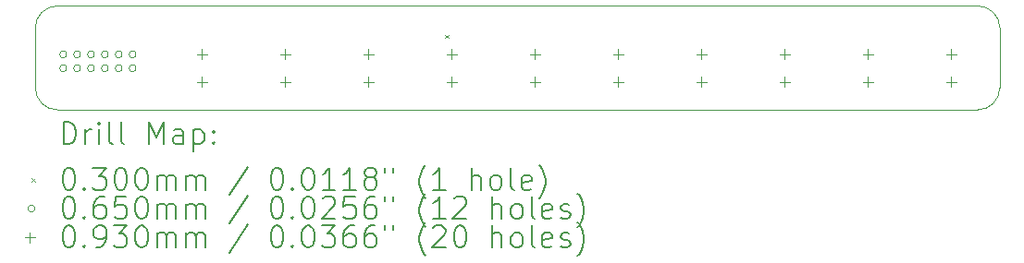
<source format=gbr>
%TF.GenerationSoftware,KiCad,Pcbnew,8.0.2*%
%TF.CreationDate,2024-06-16T16:45:59+02:00*%
%TF.ProjectId,Carte LED,43617274-6520-44c4-9544-2e6b69636164,rev?*%
%TF.SameCoordinates,Original*%
%TF.FileFunction,Drillmap*%
%TF.FilePolarity,Positive*%
%FSLAX45Y45*%
G04 Gerber Fmt 4.5, Leading zero omitted, Abs format (unit mm)*
G04 Created by KiCad (PCBNEW 8.0.2) date 2024-06-16 16:45:59*
%MOMM*%
%LPD*%
G01*
G04 APERTURE LIST*
%ADD10C,0.050000*%
%ADD11C,0.200000*%
%ADD12C,0.100000*%
G04 APERTURE END LIST*
D10*
X14976500Y-6350000D02*
G75*
G02*
X15176500Y-6550000I0J-200000D01*
G01*
X6350000Y-7102500D02*
X6350000Y-6550000D01*
X14976500Y-7302500D02*
X6550000Y-7302500D01*
X6550000Y-6350000D02*
X14976500Y-6350000D01*
X6550000Y-7302500D02*
G75*
G02*
X6350000Y-7102500I0J200000D01*
G01*
X6350000Y-6550000D02*
G75*
G02*
X6550000Y-6350000I200000J0D01*
G01*
X15176500Y-6550000D02*
X15176500Y-7102500D01*
X15176500Y-7102500D02*
G75*
G02*
X14976500Y-7302500I-200000J0D01*
G01*
D11*
D12*
X10101290Y-6616240D02*
X10131290Y-6646240D01*
X10131290Y-6616240D02*
X10101290Y-6646240D01*
X6636500Y-6794500D02*
G75*
G02*
X6571500Y-6794500I-32500J0D01*
G01*
X6571500Y-6794500D02*
G75*
G02*
X6636500Y-6794500I32500J0D01*
G01*
X6636500Y-6921500D02*
G75*
G02*
X6571500Y-6921500I-32500J0D01*
G01*
X6571500Y-6921500D02*
G75*
G02*
X6636500Y-6921500I32500J0D01*
G01*
X6763500Y-6794500D02*
G75*
G02*
X6698500Y-6794500I-32500J0D01*
G01*
X6698500Y-6794500D02*
G75*
G02*
X6763500Y-6794500I32500J0D01*
G01*
X6763500Y-6921500D02*
G75*
G02*
X6698500Y-6921500I-32500J0D01*
G01*
X6698500Y-6921500D02*
G75*
G02*
X6763500Y-6921500I32500J0D01*
G01*
X6890500Y-6794500D02*
G75*
G02*
X6825500Y-6794500I-32500J0D01*
G01*
X6825500Y-6794500D02*
G75*
G02*
X6890500Y-6794500I32500J0D01*
G01*
X6890500Y-6921500D02*
G75*
G02*
X6825500Y-6921500I-32500J0D01*
G01*
X6825500Y-6921500D02*
G75*
G02*
X6890500Y-6921500I32500J0D01*
G01*
X7017500Y-6794500D02*
G75*
G02*
X6952500Y-6794500I-32500J0D01*
G01*
X6952500Y-6794500D02*
G75*
G02*
X7017500Y-6794500I32500J0D01*
G01*
X7017500Y-6921500D02*
G75*
G02*
X6952500Y-6921500I-32500J0D01*
G01*
X6952500Y-6921500D02*
G75*
G02*
X7017500Y-6921500I32500J0D01*
G01*
X7144500Y-6794500D02*
G75*
G02*
X7079500Y-6794500I-32500J0D01*
G01*
X7079500Y-6794500D02*
G75*
G02*
X7144500Y-6794500I32500J0D01*
G01*
X7144500Y-6921500D02*
G75*
G02*
X7079500Y-6921500I-32500J0D01*
G01*
X7079500Y-6921500D02*
G75*
G02*
X7144500Y-6921500I32500J0D01*
G01*
X7271500Y-6794500D02*
G75*
G02*
X7206500Y-6794500I-32500J0D01*
G01*
X7206500Y-6794500D02*
G75*
G02*
X7271500Y-6794500I32500J0D01*
G01*
X7271500Y-6921500D02*
G75*
G02*
X7206500Y-6921500I-32500J0D01*
G01*
X7206500Y-6921500D02*
G75*
G02*
X7271500Y-6921500I32500J0D01*
G01*
X7874000Y-6748000D02*
X7874000Y-6841000D01*
X7827500Y-6794500D02*
X7920500Y-6794500D01*
X7874000Y-7002000D02*
X7874000Y-7095000D01*
X7827500Y-7048500D02*
X7920500Y-7048500D01*
X8636000Y-6748000D02*
X8636000Y-6841000D01*
X8589500Y-6794500D02*
X8682500Y-6794500D01*
X8636000Y-7002000D02*
X8636000Y-7095000D01*
X8589500Y-7048500D02*
X8682500Y-7048500D01*
X9398000Y-6748000D02*
X9398000Y-6841000D01*
X9351500Y-6794500D02*
X9444500Y-6794500D01*
X9398000Y-7002000D02*
X9398000Y-7095000D01*
X9351500Y-7048500D02*
X9444500Y-7048500D01*
X10160000Y-6748000D02*
X10160000Y-6841000D01*
X10113500Y-6794500D02*
X10206500Y-6794500D01*
X10160000Y-7002000D02*
X10160000Y-7095000D01*
X10113500Y-7048500D02*
X10206500Y-7048500D01*
X10922000Y-6748000D02*
X10922000Y-6841000D01*
X10875500Y-6794500D02*
X10968500Y-6794500D01*
X10922000Y-7002000D02*
X10922000Y-7095000D01*
X10875500Y-7048500D02*
X10968500Y-7048500D01*
X11684000Y-6748000D02*
X11684000Y-6841000D01*
X11637500Y-6794500D02*
X11730500Y-6794500D01*
X11684000Y-7002000D02*
X11684000Y-7095000D01*
X11637500Y-7048500D02*
X11730500Y-7048500D01*
X12446000Y-6748000D02*
X12446000Y-6841000D01*
X12399500Y-6794500D02*
X12492500Y-6794500D01*
X12446000Y-7002000D02*
X12446000Y-7095000D01*
X12399500Y-7048500D02*
X12492500Y-7048500D01*
X13208000Y-6748000D02*
X13208000Y-6841000D01*
X13161500Y-6794500D02*
X13254500Y-6794500D01*
X13208000Y-7002000D02*
X13208000Y-7095000D01*
X13161500Y-7048500D02*
X13254500Y-7048500D01*
X13970000Y-6748000D02*
X13970000Y-6841000D01*
X13923500Y-6794500D02*
X14016500Y-6794500D01*
X13970000Y-7002000D02*
X13970000Y-7095000D01*
X13923500Y-7048500D02*
X14016500Y-7048500D01*
X14732000Y-6748000D02*
X14732000Y-6841000D01*
X14685500Y-6794500D02*
X14778500Y-6794500D01*
X14732000Y-7002000D02*
X14732000Y-7095000D01*
X14685500Y-7048500D02*
X14778500Y-7048500D01*
D11*
X6608277Y-7616484D02*
X6608277Y-7416484D01*
X6608277Y-7416484D02*
X6655896Y-7416484D01*
X6655896Y-7416484D02*
X6684467Y-7426008D01*
X6684467Y-7426008D02*
X6703515Y-7445055D01*
X6703515Y-7445055D02*
X6713039Y-7464103D01*
X6713039Y-7464103D02*
X6722562Y-7502198D01*
X6722562Y-7502198D02*
X6722562Y-7530769D01*
X6722562Y-7530769D02*
X6713039Y-7568865D01*
X6713039Y-7568865D02*
X6703515Y-7587912D01*
X6703515Y-7587912D02*
X6684467Y-7606960D01*
X6684467Y-7606960D02*
X6655896Y-7616484D01*
X6655896Y-7616484D02*
X6608277Y-7616484D01*
X6808277Y-7616484D02*
X6808277Y-7483150D01*
X6808277Y-7521246D02*
X6817801Y-7502198D01*
X6817801Y-7502198D02*
X6827324Y-7492674D01*
X6827324Y-7492674D02*
X6846372Y-7483150D01*
X6846372Y-7483150D02*
X6865420Y-7483150D01*
X6932086Y-7616484D02*
X6932086Y-7483150D01*
X6932086Y-7416484D02*
X6922562Y-7426008D01*
X6922562Y-7426008D02*
X6932086Y-7435531D01*
X6932086Y-7435531D02*
X6941610Y-7426008D01*
X6941610Y-7426008D02*
X6932086Y-7416484D01*
X6932086Y-7416484D02*
X6932086Y-7435531D01*
X7055896Y-7616484D02*
X7036848Y-7606960D01*
X7036848Y-7606960D02*
X7027324Y-7587912D01*
X7027324Y-7587912D02*
X7027324Y-7416484D01*
X7160658Y-7616484D02*
X7141610Y-7606960D01*
X7141610Y-7606960D02*
X7132086Y-7587912D01*
X7132086Y-7587912D02*
X7132086Y-7416484D01*
X7389229Y-7616484D02*
X7389229Y-7416484D01*
X7389229Y-7416484D02*
X7455896Y-7559341D01*
X7455896Y-7559341D02*
X7522562Y-7416484D01*
X7522562Y-7416484D02*
X7522562Y-7616484D01*
X7703515Y-7616484D02*
X7703515Y-7511722D01*
X7703515Y-7511722D02*
X7693991Y-7492674D01*
X7693991Y-7492674D02*
X7674943Y-7483150D01*
X7674943Y-7483150D02*
X7636848Y-7483150D01*
X7636848Y-7483150D02*
X7617801Y-7492674D01*
X7703515Y-7606960D02*
X7684467Y-7616484D01*
X7684467Y-7616484D02*
X7636848Y-7616484D01*
X7636848Y-7616484D02*
X7617801Y-7606960D01*
X7617801Y-7606960D02*
X7608277Y-7587912D01*
X7608277Y-7587912D02*
X7608277Y-7568865D01*
X7608277Y-7568865D02*
X7617801Y-7549817D01*
X7617801Y-7549817D02*
X7636848Y-7540293D01*
X7636848Y-7540293D02*
X7684467Y-7540293D01*
X7684467Y-7540293D02*
X7703515Y-7530769D01*
X7798753Y-7483150D02*
X7798753Y-7683150D01*
X7798753Y-7492674D02*
X7817801Y-7483150D01*
X7817801Y-7483150D02*
X7855896Y-7483150D01*
X7855896Y-7483150D02*
X7874943Y-7492674D01*
X7874943Y-7492674D02*
X7884467Y-7502198D01*
X7884467Y-7502198D02*
X7893991Y-7521246D01*
X7893991Y-7521246D02*
X7893991Y-7578388D01*
X7893991Y-7578388D02*
X7884467Y-7597436D01*
X7884467Y-7597436D02*
X7874943Y-7606960D01*
X7874943Y-7606960D02*
X7855896Y-7616484D01*
X7855896Y-7616484D02*
X7817801Y-7616484D01*
X7817801Y-7616484D02*
X7798753Y-7606960D01*
X7979705Y-7597436D02*
X7989229Y-7606960D01*
X7989229Y-7606960D02*
X7979705Y-7616484D01*
X7979705Y-7616484D02*
X7970182Y-7606960D01*
X7970182Y-7606960D02*
X7979705Y-7597436D01*
X7979705Y-7597436D02*
X7979705Y-7616484D01*
X7979705Y-7492674D02*
X7989229Y-7502198D01*
X7989229Y-7502198D02*
X7979705Y-7511722D01*
X7979705Y-7511722D02*
X7970182Y-7502198D01*
X7970182Y-7502198D02*
X7979705Y-7492674D01*
X7979705Y-7492674D02*
X7979705Y-7511722D01*
D12*
X6317500Y-7930000D02*
X6347500Y-7960000D01*
X6347500Y-7930000D02*
X6317500Y-7960000D01*
D11*
X6646372Y-7836484D02*
X6665420Y-7836484D01*
X6665420Y-7836484D02*
X6684467Y-7846008D01*
X6684467Y-7846008D02*
X6693991Y-7855531D01*
X6693991Y-7855531D02*
X6703515Y-7874579D01*
X6703515Y-7874579D02*
X6713039Y-7912674D01*
X6713039Y-7912674D02*
X6713039Y-7960293D01*
X6713039Y-7960293D02*
X6703515Y-7998388D01*
X6703515Y-7998388D02*
X6693991Y-8017436D01*
X6693991Y-8017436D02*
X6684467Y-8026960D01*
X6684467Y-8026960D02*
X6665420Y-8036484D01*
X6665420Y-8036484D02*
X6646372Y-8036484D01*
X6646372Y-8036484D02*
X6627324Y-8026960D01*
X6627324Y-8026960D02*
X6617801Y-8017436D01*
X6617801Y-8017436D02*
X6608277Y-7998388D01*
X6608277Y-7998388D02*
X6598753Y-7960293D01*
X6598753Y-7960293D02*
X6598753Y-7912674D01*
X6598753Y-7912674D02*
X6608277Y-7874579D01*
X6608277Y-7874579D02*
X6617801Y-7855531D01*
X6617801Y-7855531D02*
X6627324Y-7846008D01*
X6627324Y-7846008D02*
X6646372Y-7836484D01*
X6798753Y-8017436D02*
X6808277Y-8026960D01*
X6808277Y-8026960D02*
X6798753Y-8036484D01*
X6798753Y-8036484D02*
X6789229Y-8026960D01*
X6789229Y-8026960D02*
X6798753Y-8017436D01*
X6798753Y-8017436D02*
X6798753Y-8036484D01*
X6874943Y-7836484D02*
X6998753Y-7836484D01*
X6998753Y-7836484D02*
X6932086Y-7912674D01*
X6932086Y-7912674D02*
X6960658Y-7912674D01*
X6960658Y-7912674D02*
X6979705Y-7922198D01*
X6979705Y-7922198D02*
X6989229Y-7931722D01*
X6989229Y-7931722D02*
X6998753Y-7950769D01*
X6998753Y-7950769D02*
X6998753Y-7998388D01*
X6998753Y-7998388D02*
X6989229Y-8017436D01*
X6989229Y-8017436D02*
X6979705Y-8026960D01*
X6979705Y-8026960D02*
X6960658Y-8036484D01*
X6960658Y-8036484D02*
X6903515Y-8036484D01*
X6903515Y-8036484D02*
X6884467Y-8026960D01*
X6884467Y-8026960D02*
X6874943Y-8017436D01*
X7122562Y-7836484D02*
X7141610Y-7836484D01*
X7141610Y-7836484D02*
X7160658Y-7846008D01*
X7160658Y-7846008D02*
X7170182Y-7855531D01*
X7170182Y-7855531D02*
X7179705Y-7874579D01*
X7179705Y-7874579D02*
X7189229Y-7912674D01*
X7189229Y-7912674D02*
X7189229Y-7960293D01*
X7189229Y-7960293D02*
X7179705Y-7998388D01*
X7179705Y-7998388D02*
X7170182Y-8017436D01*
X7170182Y-8017436D02*
X7160658Y-8026960D01*
X7160658Y-8026960D02*
X7141610Y-8036484D01*
X7141610Y-8036484D02*
X7122562Y-8036484D01*
X7122562Y-8036484D02*
X7103515Y-8026960D01*
X7103515Y-8026960D02*
X7093991Y-8017436D01*
X7093991Y-8017436D02*
X7084467Y-7998388D01*
X7084467Y-7998388D02*
X7074943Y-7960293D01*
X7074943Y-7960293D02*
X7074943Y-7912674D01*
X7074943Y-7912674D02*
X7084467Y-7874579D01*
X7084467Y-7874579D02*
X7093991Y-7855531D01*
X7093991Y-7855531D02*
X7103515Y-7846008D01*
X7103515Y-7846008D02*
X7122562Y-7836484D01*
X7313039Y-7836484D02*
X7332086Y-7836484D01*
X7332086Y-7836484D02*
X7351134Y-7846008D01*
X7351134Y-7846008D02*
X7360658Y-7855531D01*
X7360658Y-7855531D02*
X7370182Y-7874579D01*
X7370182Y-7874579D02*
X7379705Y-7912674D01*
X7379705Y-7912674D02*
X7379705Y-7960293D01*
X7379705Y-7960293D02*
X7370182Y-7998388D01*
X7370182Y-7998388D02*
X7360658Y-8017436D01*
X7360658Y-8017436D02*
X7351134Y-8026960D01*
X7351134Y-8026960D02*
X7332086Y-8036484D01*
X7332086Y-8036484D02*
X7313039Y-8036484D01*
X7313039Y-8036484D02*
X7293991Y-8026960D01*
X7293991Y-8026960D02*
X7284467Y-8017436D01*
X7284467Y-8017436D02*
X7274943Y-7998388D01*
X7274943Y-7998388D02*
X7265420Y-7960293D01*
X7265420Y-7960293D02*
X7265420Y-7912674D01*
X7265420Y-7912674D02*
X7274943Y-7874579D01*
X7274943Y-7874579D02*
X7284467Y-7855531D01*
X7284467Y-7855531D02*
X7293991Y-7846008D01*
X7293991Y-7846008D02*
X7313039Y-7836484D01*
X7465420Y-8036484D02*
X7465420Y-7903150D01*
X7465420Y-7922198D02*
X7474943Y-7912674D01*
X7474943Y-7912674D02*
X7493991Y-7903150D01*
X7493991Y-7903150D02*
X7522563Y-7903150D01*
X7522563Y-7903150D02*
X7541610Y-7912674D01*
X7541610Y-7912674D02*
X7551134Y-7931722D01*
X7551134Y-7931722D02*
X7551134Y-8036484D01*
X7551134Y-7931722D02*
X7560658Y-7912674D01*
X7560658Y-7912674D02*
X7579705Y-7903150D01*
X7579705Y-7903150D02*
X7608277Y-7903150D01*
X7608277Y-7903150D02*
X7627324Y-7912674D01*
X7627324Y-7912674D02*
X7636848Y-7931722D01*
X7636848Y-7931722D02*
X7636848Y-8036484D01*
X7732086Y-8036484D02*
X7732086Y-7903150D01*
X7732086Y-7922198D02*
X7741610Y-7912674D01*
X7741610Y-7912674D02*
X7760658Y-7903150D01*
X7760658Y-7903150D02*
X7789229Y-7903150D01*
X7789229Y-7903150D02*
X7808277Y-7912674D01*
X7808277Y-7912674D02*
X7817801Y-7931722D01*
X7817801Y-7931722D02*
X7817801Y-8036484D01*
X7817801Y-7931722D02*
X7827324Y-7912674D01*
X7827324Y-7912674D02*
X7846372Y-7903150D01*
X7846372Y-7903150D02*
X7874943Y-7903150D01*
X7874943Y-7903150D02*
X7893991Y-7912674D01*
X7893991Y-7912674D02*
X7903515Y-7931722D01*
X7903515Y-7931722D02*
X7903515Y-8036484D01*
X8293991Y-7826960D02*
X8122563Y-8084103D01*
X8551134Y-7836484D02*
X8570182Y-7836484D01*
X8570182Y-7836484D02*
X8589229Y-7846008D01*
X8589229Y-7846008D02*
X8598753Y-7855531D01*
X8598753Y-7855531D02*
X8608277Y-7874579D01*
X8608277Y-7874579D02*
X8617801Y-7912674D01*
X8617801Y-7912674D02*
X8617801Y-7960293D01*
X8617801Y-7960293D02*
X8608277Y-7998388D01*
X8608277Y-7998388D02*
X8598753Y-8017436D01*
X8598753Y-8017436D02*
X8589229Y-8026960D01*
X8589229Y-8026960D02*
X8570182Y-8036484D01*
X8570182Y-8036484D02*
X8551134Y-8036484D01*
X8551134Y-8036484D02*
X8532087Y-8026960D01*
X8532087Y-8026960D02*
X8522563Y-8017436D01*
X8522563Y-8017436D02*
X8513039Y-7998388D01*
X8513039Y-7998388D02*
X8503515Y-7960293D01*
X8503515Y-7960293D02*
X8503515Y-7912674D01*
X8503515Y-7912674D02*
X8513039Y-7874579D01*
X8513039Y-7874579D02*
X8522563Y-7855531D01*
X8522563Y-7855531D02*
X8532087Y-7846008D01*
X8532087Y-7846008D02*
X8551134Y-7836484D01*
X8703515Y-8017436D02*
X8713039Y-8026960D01*
X8713039Y-8026960D02*
X8703515Y-8036484D01*
X8703515Y-8036484D02*
X8693991Y-8026960D01*
X8693991Y-8026960D02*
X8703515Y-8017436D01*
X8703515Y-8017436D02*
X8703515Y-8036484D01*
X8836848Y-7836484D02*
X8855896Y-7836484D01*
X8855896Y-7836484D02*
X8874944Y-7846008D01*
X8874944Y-7846008D02*
X8884468Y-7855531D01*
X8884468Y-7855531D02*
X8893991Y-7874579D01*
X8893991Y-7874579D02*
X8903515Y-7912674D01*
X8903515Y-7912674D02*
X8903515Y-7960293D01*
X8903515Y-7960293D02*
X8893991Y-7998388D01*
X8893991Y-7998388D02*
X8884468Y-8017436D01*
X8884468Y-8017436D02*
X8874944Y-8026960D01*
X8874944Y-8026960D02*
X8855896Y-8036484D01*
X8855896Y-8036484D02*
X8836848Y-8036484D01*
X8836848Y-8036484D02*
X8817801Y-8026960D01*
X8817801Y-8026960D02*
X8808277Y-8017436D01*
X8808277Y-8017436D02*
X8798753Y-7998388D01*
X8798753Y-7998388D02*
X8789229Y-7960293D01*
X8789229Y-7960293D02*
X8789229Y-7912674D01*
X8789229Y-7912674D02*
X8798753Y-7874579D01*
X8798753Y-7874579D02*
X8808277Y-7855531D01*
X8808277Y-7855531D02*
X8817801Y-7846008D01*
X8817801Y-7846008D02*
X8836848Y-7836484D01*
X9093991Y-8036484D02*
X8979706Y-8036484D01*
X9036848Y-8036484D02*
X9036848Y-7836484D01*
X9036848Y-7836484D02*
X9017801Y-7865055D01*
X9017801Y-7865055D02*
X8998753Y-7884103D01*
X8998753Y-7884103D02*
X8979706Y-7893627D01*
X9284468Y-8036484D02*
X9170182Y-8036484D01*
X9227325Y-8036484D02*
X9227325Y-7836484D01*
X9227325Y-7836484D02*
X9208277Y-7865055D01*
X9208277Y-7865055D02*
X9189229Y-7884103D01*
X9189229Y-7884103D02*
X9170182Y-7893627D01*
X9398753Y-7922198D02*
X9379706Y-7912674D01*
X9379706Y-7912674D02*
X9370182Y-7903150D01*
X9370182Y-7903150D02*
X9360658Y-7884103D01*
X9360658Y-7884103D02*
X9360658Y-7874579D01*
X9360658Y-7874579D02*
X9370182Y-7855531D01*
X9370182Y-7855531D02*
X9379706Y-7846008D01*
X9379706Y-7846008D02*
X9398753Y-7836484D01*
X9398753Y-7836484D02*
X9436849Y-7836484D01*
X9436849Y-7836484D02*
X9455896Y-7846008D01*
X9455896Y-7846008D02*
X9465420Y-7855531D01*
X9465420Y-7855531D02*
X9474944Y-7874579D01*
X9474944Y-7874579D02*
X9474944Y-7884103D01*
X9474944Y-7884103D02*
X9465420Y-7903150D01*
X9465420Y-7903150D02*
X9455896Y-7912674D01*
X9455896Y-7912674D02*
X9436849Y-7922198D01*
X9436849Y-7922198D02*
X9398753Y-7922198D01*
X9398753Y-7922198D02*
X9379706Y-7931722D01*
X9379706Y-7931722D02*
X9370182Y-7941246D01*
X9370182Y-7941246D02*
X9360658Y-7960293D01*
X9360658Y-7960293D02*
X9360658Y-7998388D01*
X9360658Y-7998388D02*
X9370182Y-8017436D01*
X9370182Y-8017436D02*
X9379706Y-8026960D01*
X9379706Y-8026960D02*
X9398753Y-8036484D01*
X9398753Y-8036484D02*
X9436849Y-8036484D01*
X9436849Y-8036484D02*
X9455896Y-8026960D01*
X9455896Y-8026960D02*
X9465420Y-8017436D01*
X9465420Y-8017436D02*
X9474944Y-7998388D01*
X9474944Y-7998388D02*
X9474944Y-7960293D01*
X9474944Y-7960293D02*
X9465420Y-7941246D01*
X9465420Y-7941246D02*
X9455896Y-7931722D01*
X9455896Y-7931722D02*
X9436849Y-7922198D01*
X9551134Y-7836484D02*
X9551134Y-7874579D01*
X9627325Y-7836484D02*
X9627325Y-7874579D01*
X9922563Y-8112674D02*
X9913039Y-8103150D01*
X9913039Y-8103150D02*
X9893991Y-8074579D01*
X9893991Y-8074579D02*
X9884468Y-8055531D01*
X9884468Y-8055531D02*
X9874944Y-8026960D01*
X9874944Y-8026960D02*
X9865420Y-7979341D01*
X9865420Y-7979341D02*
X9865420Y-7941246D01*
X9865420Y-7941246D02*
X9874944Y-7893627D01*
X9874944Y-7893627D02*
X9884468Y-7865055D01*
X9884468Y-7865055D02*
X9893991Y-7846008D01*
X9893991Y-7846008D02*
X9913039Y-7817436D01*
X9913039Y-7817436D02*
X9922563Y-7807912D01*
X10103515Y-8036484D02*
X9989230Y-8036484D01*
X10046372Y-8036484D02*
X10046372Y-7836484D01*
X10046372Y-7836484D02*
X10027325Y-7865055D01*
X10027325Y-7865055D02*
X10008277Y-7884103D01*
X10008277Y-7884103D02*
X9989230Y-7893627D01*
X10341611Y-8036484D02*
X10341611Y-7836484D01*
X10427325Y-8036484D02*
X10427325Y-7931722D01*
X10427325Y-7931722D02*
X10417801Y-7912674D01*
X10417801Y-7912674D02*
X10398753Y-7903150D01*
X10398753Y-7903150D02*
X10370182Y-7903150D01*
X10370182Y-7903150D02*
X10351134Y-7912674D01*
X10351134Y-7912674D02*
X10341611Y-7922198D01*
X10551134Y-8036484D02*
X10532087Y-8026960D01*
X10532087Y-8026960D02*
X10522563Y-8017436D01*
X10522563Y-8017436D02*
X10513039Y-7998388D01*
X10513039Y-7998388D02*
X10513039Y-7941246D01*
X10513039Y-7941246D02*
X10522563Y-7922198D01*
X10522563Y-7922198D02*
X10532087Y-7912674D01*
X10532087Y-7912674D02*
X10551134Y-7903150D01*
X10551134Y-7903150D02*
X10579706Y-7903150D01*
X10579706Y-7903150D02*
X10598753Y-7912674D01*
X10598753Y-7912674D02*
X10608277Y-7922198D01*
X10608277Y-7922198D02*
X10617801Y-7941246D01*
X10617801Y-7941246D02*
X10617801Y-7998388D01*
X10617801Y-7998388D02*
X10608277Y-8017436D01*
X10608277Y-8017436D02*
X10598753Y-8026960D01*
X10598753Y-8026960D02*
X10579706Y-8036484D01*
X10579706Y-8036484D02*
X10551134Y-8036484D01*
X10732087Y-8036484D02*
X10713039Y-8026960D01*
X10713039Y-8026960D02*
X10703515Y-8007912D01*
X10703515Y-8007912D02*
X10703515Y-7836484D01*
X10884468Y-8026960D02*
X10865420Y-8036484D01*
X10865420Y-8036484D02*
X10827325Y-8036484D01*
X10827325Y-8036484D02*
X10808277Y-8026960D01*
X10808277Y-8026960D02*
X10798753Y-8007912D01*
X10798753Y-8007912D02*
X10798753Y-7931722D01*
X10798753Y-7931722D02*
X10808277Y-7912674D01*
X10808277Y-7912674D02*
X10827325Y-7903150D01*
X10827325Y-7903150D02*
X10865420Y-7903150D01*
X10865420Y-7903150D02*
X10884468Y-7912674D01*
X10884468Y-7912674D02*
X10893992Y-7931722D01*
X10893992Y-7931722D02*
X10893992Y-7950769D01*
X10893992Y-7950769D02*
X10798753Y-7969817D01*
X10960658Y-8112674D02*
X10970182Y-8103150D01*
X10970182Y-8103150D02*
X10989230Y-8074579D01*
X10989230Y-8074579D02*
X10998753Y-8055531D01*
X10998753Y-8055531D02*
X11008277Y-8026960D01*
X11008277Y-8026960D02*
X11017801Y-7979341D01*
X11017801Y-7979341D02*
X11017801Y-7941246D01*
X11017801Y-7941246D02*
X11008277Y-7893627D01*
X11008277Y-7893627D02*
X10998753Y-7865055D01*
X10998753Y-7865055D02*
X10989230Y-7846008D01*
X10989230Y-7846008D02*
X10970182Y-7817436D01*
X10970182Y-7817436D02*
X10960658Y-7807912D01*
D12*
X6347500Y-8209000D02*
G75*
G02*
X6282500Y-8209000I-32500J0D01*
G01*
X6282500Y-8209000D02*
G75*
G02*
X6347500Y-8209000I32500J0D01*
G01*
D11*
X6646372Y-8100484D02*
X6665420Y-8100484D01*
X6665420Y-8100484D02*
X6684467Y-8110008D01*
X6684467Y-8110008D02*
X6693991Y-8119531D01*
X6693991Y-8119531D02*
X6703515Y-8138579D01*
X6703515Y-8138579D02*
X6713039Y-8176674D01*
X6713039Y-8176674D02*
X6713039Y-8224293D01*
X6713039Y-8224293D02*
X6703515Y-8262388D01*
X6703515Y-8262388D02*
X6693991Y-8281436D01*
X6693991Y-8281436D02*
X6684467Y-8290960D01*
X6684467Y-8290960D02*
X6665420Y-8300484D01*
X6665420Y-8300484D02*
X6646372Y-8300484D01*
X6646372Y-8300484D02*
X6627324Y-8290960D01*
X6627324Y-8290960D02*
X6617801Y-8281436D01*
X6617801Y-8281436D02*
X6608277Y-8262388D01*
X6608277Y-8262388D02*
X6598753Y-8224293D01*
X6598753Y-8224293D02*
X6598753Y-8176674D01*
X6598753Y-8176674D02*
X6608277Y-8138579D01*
X6608277Y-8138579D02*
X6617801Y-8119531D01*
X6617801Y-8119531D02*
X6627324Y-8110008D01*
X6627324Y-8110008D02*
X6646372Y-8100484D01*
X6798753Y-8281436D02*
X6808277Y-8290960D01*
X6808277Y-8290960D02*
X6798753Y-8300484D01*
X6798753Y-8300484D02*
X6789229Y-8290960D01*
X6789229Y-8290960D02*
X6798753Y-8281436D01*
X6798753Y-8281436D02*
X6798753Y-8300484D01*
X6979705Y-8100484D02*
X6941610Y-8100484D01*
X6941610Y-8100484D02*
X6922562Y-8110008D01*
X6922562Y-8110008D02*
X6913039Y-8119531D01*
X6913039Y-8119531D02*
X6893991Y-8148103D01*
X6893991Y-8148103D02*
X6884467Y-8186198D01*
X6884467Y-8186198D02*
X6884467Y-8262388D01*
X6884467Y-8262388D02*
X6893991Y-8281436D01*
X6893991Y-8281436D02*
X6903515Y-8290960D01*
X6903515Y-8290960D02*
X6922562Y-8300484D01*
X6922562Y-8300484D02*
X6960658Y-8300484D01*
X6960658Y-8300484D02*
X6979705Y-8290960D01*
X6979705Y-8290960D02*
X6989229Y-8281436D01*
X6989229Y-8281436D02*
X6998753Y-8262388D01*
X6998753Y-8262388D02*
X6998753Y-8214769D01*
X6998753Y-8214769D02*
X6989229Y-8195722D01*
X6989229Y-8195722D02*
X6979705Y-8186198D01*
X6979705Y-8186198D02*
X6960658Y-8176674D01*
X6960658Y-8176674D02*
X6922562Y-8176674D01*
X6922562Y-8176674D02*
X6903515Y-8186198D01*
X6903515Y-8186198D02*
X6893991Y-8195722D01*
X6893991Y-8195722D02*
X6884467Y-8214769D01*
X7179705Y-8100484D02*
X7084467Y-8100484D01*
X7084467Y-8100484D02*
X7074943Y-8195722D01*
X7074943Y-8195722D02*
X7084467Y-8186198D01*
X7084467Y-8186198D02*
X7103515Y-8176674D01*
X7103515Y-8176674D02*
X7151134Y-8176674D01*
X7151134Y-8176674D02*
X7170182Y-8186198D01*
X7170182Y-8186198D02*
X7179705Y-8195722D01*
X7179705Y-8195722D02*
X7189229Y-8214769D01*
X7189229Y-8214769D02*
X7189229Y-8262388D01*
X7189229Y-8262388D02*
X7179705Y-8281436D01*
X7179705Y-8281436D02*
X7170182Y-8290960D01*
X7170182Y-8290960D02*
X7151134Y-8300484D01*
X7151134Y-8300484D02*
X7103515Y-8300484D01*
X7103515Y-8300484D02*
X7084467Y-8290960D01*
X7084467Y-8290960D02*
X7074943Y-8281436D01*
X7313039Y-8100484D02*
X7332086Y-8100484D01*
X7332086Y-8100484D02*
X7351134Y-8110008D01*
X7351134Y-8110008D02*
X7360658Y-8119531D01*
X7360658Y-8119531D02*
X7370182Y-8138579D01*
X7370182Y-8138579D02*
X7379705Y-8176674D01*
X7379705Y-8176674D02*
X7379705Y-8224293D01*
X7379705Y-8224293D02*
X7370182Y-8262388D01*
X7370182Y-8262388D02*
X7360658Y-8281436D01*
X7360658Y-8281436D02*
X7351134Y-8290960D01*
X7351134Y-8290960D02*
X7332086Y-8300484D01*
X7332086Y-8300484D02*
X7313039Y-8300484D01*
X7313039Y-8300484D02*
X7293991Y-8290960D01*
X7293991Y-8290960D02*
X7284467Y-8281436D01*
X7284467Y-8281436D02*
X7274943Y-8262388D01*
X7274943Y-8262388D02*
X7265420Y-8224293D01*
X7265420Y-8224293D02*
X7265420Y-8176674D01*
X7265420Y-8176674D02*
X7274943Y-8138579D01*
X7274943Y-8138579D02*
X7284467Y-8119531D01*
X7284467Y-8119531D02*
X7293991Y-8110008D01*
X7293991Y-8110008D02*
X7313039Y-8100484D01*
X7465420Y-8300484D02*
X7465420Y-8167150D01*
X7465420Y-8186198D02*
X7474943Y-8176674D01*
X7474943Y-8176674D02*
X7493991Y-8167150D01*
X7493991Y-8167150D02*
X7522563Y-8167150D01*
X7522563Y-8167150D02*
X7541610Y-8176674D01*
X7541610Y-8176674D02*
X7551134Y-8195722D01*
X7551134Y-8195722D02*
X7551134Y-8300484D01*
X7551134Y-8195722D02*
X7560658Y-8176674D01*
X7560658Y-8176674D02*
X7579705Y-8167150D01*
X7579705Y-8167150D02*
X7608277Y-8167150D01*
X7608277Y-8167150D02*
X7627324Y-8176674D01*
X7627324Y-8176674D02*
X7636848Y-8195722D01*
X7636848Y-8195722D02*
X7636848Y-8300484D01*
X7732086Y-8300484D02*
X7732086Y-8167150D01*
X7732086Y-8186198D02*
X7741610Y-8176674D01*
X7741610Y-8176674D02*
X7760658Y-8167150D01*
X7760658Y-8167150D02*
X7789229Y-8167150D01*
X7789229Y-8167150D02*
X7808277Y-8176674D01*
X7808277Y-8176674D02*
X7817801Y-8195722D01*
X7817801Y-8195722D02*
X7817801Y-8300484D01*
X7817801Y-8195722D02*
X7827324Y-8176674D01*
X7827324Y-8176674D02*
X7846372Y-8167150D01*
X7846372Y-8167150D02*
X7874943Y-8167150D01*
X7874943Y-8167150D02*
X7893991Y-8176674D01*
X7893991Y-8176674D02*
X7903515Y-8195722D01*
X7903515Y-8195722D02*
X7903515Y-8300484D01*
X8293991Y-8090960D02*
X8122563Y-8348103D01*
X8551134Y-8100484D02*
X8570182Y-8100484D01*
X8570182Y-8100484D02*
X8589229Y-8110008D01*
X8589229Y-8110008D02*
X8598753Y-8119531D01*
X8598753Y-8119531D02*
X8608277Y-8138579D01*
X8608277Y-8138579D02*
X8617801Y-8176674D01*
X8617801Y-8176674D02*
X8617801Y-8224293D01*
X8617801Y-8224293D02*
X8608277Y-8262388D01*
X8608277Y-8262388D02*
X8598753Y-8281436D01*
X8598753Y-8281436D02*
X8589229Y-8290960D01*
X8589229Y-8290960D02*
X8570182Y-8300484D01*
X8570182Y-8300484D02*
X8551134Y-8300484D01*
X8551134Y-8300484D02*
X8532087Y-8290960D01*
X8532087Y-8290960D02*
X8522563Y-8281436D01*
X8522563Y-8281436D02*
X8513039Y-8262388D01*
X8513039Y-8262388D02*
X8503515Y-8224293D01*
X8503515Y-8224293D02*
X8503515Y-8176674D01*
X8503515Y-8176674D02*
X8513039Y-8138579D01*
X8513039Y-8138579D02*
X8522563Y-8119531D01*
X8522563Y-8119531D02*
X8532087Y-8110008D01*
X8532087Y-8110008D02*
X8551134Y-8100484D01*
X8703515Y-8281436D02*
X8713039Y-8290960D01*
X8713039Y-8290960D02*
X8703515Y-8300484D01*
X8703515Y-8300484D02*
X8693991Y-8290960D01*
X8693991Y-8290960D02*
X8703515Y-8281436D01*
X8703515Y-8281436D02*
X8703515Y-8300484D01*
X8836848Y-8100484D02*
X8855896Y-8100484D01*
X8855896Y-8100484D02*
X8874944Y-8110008D01*
X8874944Y-8110008D02*
X8884468Y-8119531D01*
X8884468Y-8119531D02*
X8893991Y-8138579D01*
X8893991Y-8138579D02*
X8903515Y-8176674D01*
X8903515Y-8176674D02*
X8903515Y-8224293D01*
X8903515Y-8224293D02*
X8893991Y-8262388D01*
X8893991Y-8262388D02*
X8884468Y-8281436D01*
X8884468Y-8281436D02*
X8874944Y-8290960D01*
X8874944Y-8290960D02*
X8855896Y-8300484D01*
X8855896Y-8300484D02*
X8836848Y-8300484D01*
X8836848Y-8300484D02*
X8817801Y-8290960D01*
X8817801Y-8290960D02*
X8808277Y-8281436D01*
X8808277Y-8281436D02*
X8798753Y-8262388D01*
X8798753Y-8262388D02*
X8789229Y-8224293D01*
X8789229Y-8224293D02*
X8789229Y-8176674D01*
X8789229Y-8176674D02*
X8798753Y-8138579D01*
X8798753Y-8138579D02*
X8808277Y-8119531D01*
X8808277Y-8119531D02*
X8817801Y-8110008D01*
X8817801Y-8110008D02*
X8836848Y-8100484D01*
X8979706Y-8119531D02*
X8989229Y-8110008D01*
X8989229Y-8110008D02*
X9008277Y-8100484D01*
X9008277Y-8100484D02*
X9055896Y-8100484D01*
X9055896Y-8100484D02*
X9074944Y-8110008D01*
X9074944Y-8110008D02*
X9084468Y-8119531D01*
X9084468Y-8119531D02*
X9093991Y-8138579D01*
X9093991Y-8138579D02*
X9093991Y-8157627D01*
X9093991Y-8157627D02*
X9084468Y-8186198D01*
X9084468Y-8186198D02*
X8970182Y-8300484D01*
X8970182Y-8300484D02*
X9093991Y-8300484D01*
X9274944Y-8100484D02*
X9179706Y-8100484D01*
X9179706Y-8100484D02*
X9170182Y-8195722D01*
X9170182Y-8195722D02*
X9179706Y-8186198D01*
X9179706Y-8186198D02*
X9198753Y-8176674D01*
X9198753Y-8176674D02*
X9246372Y-8176674D01*
X9246372Y-8176674D02*
X9265420Y-8186198D01*
X9265420Y-8186198D02*
X9274944Y-8195722D01*
X9274944Y-8195722D02*
X9284468Y-8214769D01*
X9284468Y-8214769D02*
X9284468Y-8262388D01*
X9284468Y-8262388D02*
X9274944Y-8281436D01*
X9274944Y-8281436D02*
X9265420Y-8290960D01*
X9265420Y-8290960D02*
X9246372Y-8300484D01*
X9246372Y-8300484D02*
X9198753Y-8300484D01*
X9198753Y-8300484D02*
X9179706Y-8290960D01*
X9179706Y-8290960D02*
X9170182Y-8281436D01*
X9455896Y-8100484D02*
X9417801Y-8100484D01*
X9417801Y-8100484D02*
X9398753Y-8110008D01*
X9398753Y-8110008D02*
X9389229Y-8119531D01*
X9389229Y-8119531D02*
X9370182Y-8148103D01*
X9370182Y-8148103D02*
X9360658Y-8186198D01*
X9360658Y-8186198D02*
X9360658Y-8262388D01*
X9360658Y-8262388D02*
X9370182Y-8281436D01*
X9370182Y-8281436D02*
X9379706Y-8290960D01*
X9379706Y-8290960D02*
X9398753Y-8300484D01*
X9398753Y-8300484D02*
X9436849Y-8300484D01*
X9436849Y-8300484D02*
X9455896Y-8290960D01*
X9455896Y-8290960D02*
X9465420Y-8281436D01*
X9465420Y-8281436D02*
X9474944Y-8262388D01*
X9474944Y-8262388D02*
X9474944Y-8214769D01*
X9474944Y-8214769D02*
X9465420Y-8195722D01*
X9465420Y-8195722D02*
X9455896Y-8186198D01*
X9455896Y-8186198D02*
X9436849Y-8176674D01*
X9436849Y-8176674D02*
X9398753Y-8176674D01*
X9398753Y-8176674D02*
X9379706Y-8186198D01*
X9379706Y-8186198D02*
X9370182Y-8195722D01*
X9370182Y-8195722D02*
X9360658Y-8214769D01*
X9551134Y-8100484D02*
X9551134Y-8138579D01*
X9627325Y-8100484D02*
X9627325Y-8138579D01*
X9922563Y-8376674D02*
X9913039Y-8367150D01*
X9913039Y-8367150D02*
X9893991Y-8338579D01*
X9893991Y-8338579D02*
X9884468Y-8319531D01*
X9884468Y-8319531D02*
X9874944Y-8290960D01*
X9874944Y-8290960D02*
X9865420Y-8243341D01*
X9865420Y-8243341D02*
X9865420Y-8205246D01*
X9865420Y-8205246D02*
X9874944Y-8157627D01*
X9874944Y-8157627D02*
X9884468Y-8129055D01*
X9884468Y-8129055D02*
X9893991Y-8110008D01*
X9893991Y-8110008D02*
X9913039Y-8081436D01*
X9913039Y-8081436D02*
X9922563Y-8071912D01*
X10103515Y-8300484D02*
X9989230Y-8300484D01*
X10046372Y-8300484D02*
X10046372Y-8100484D01*
X10046372Y-8100484D02*
X10027325Y-8129055D01*
X10027325Y-8129055D02*
X10008277Y-8148103D01*
X10008277Y-8148103D02*
X9989230Y-8157627D01*
X10179706Y-8119531D02*
X10189230Y-8110008D01*
X10189230Y-8110008D02*
X10208277Y-8100484D01*
X10208277Y-8100484D02*
X10255896Y-8100484D01*
X10255896Y-8100484D02*
X10274944Y-8110008D01*
X10274944Y-8110008D02*
X10284468Y-8119531D01*
X10284468Y-8119531D02*
X10293991Y-8138579D01*
X10293991Y-8138579D02*
X10293991Y-8157627D01*
X10293991Y-8157627D02*
X10284468Y-8186198D01*
X10284468Y-8186198D02*
X10170182Y-8300484D01*
X10170182Y-8300484D02*
X10293991Y-8300484D01*
X10532087Y-8300484D02*
X10532087Y-8100484D01*
X10617801Y-8300484D02*
X10617801Y-8195722D01*
X10617801Y-8195722D02*
X10608277Y-8176674D01*
X10608277Y-8176674D02*
X10589230Y-8167150D01*
X10589230Y-8167150D02*
X10560658Y-8167150D01*
X10560658Y-8167150D02*
X10541611Y-8176674D01*
X10541611Y-8176674D02*
X10532087Y-8186198D01*
X10741611Y-8300484D02*
X10722563Y-8290960D01*
X10722563Y-8290960D02*
X10713039Y-8281436D01*
X10713039Y-8281436D02*
X10703515Y-8262388D01*
X10703515Y-8262388D02*
X10703515Y-8205246D01*
X10703515Y-8205246D02*
X10713039Y-8186198D01*
X10713039Y-8186198D02*
X10722563Y-8176674D01*
X10722563Y-8176674D02*
X10741611Y-8167150D01*
X10741611Y-8167150D02*
X10770182Y-8167150D01*
X10770182Y-8167150D02*
X10789230Y-8176674D01*
X10789230Y-8176674D02*
X10798753Y-8186198D01*
X10798753Y-8186198D02*
X10808277Y-8205246D01*
X10808277Y-8205246D02*
X10808277Y-8262388D01*
X10808277Y-8262388D02*
X10798753Y-8281436D01*
X10798753Y-8281436D02*
X10789230Y-8290960D01*
X10789230Y-8290960D02*
X10770182Y-8300484D01*
X10770182Y-8300484D02*
X10741611Y-8300484D01*
X10922563Y-8300484D02*
X10903515Y-8290960D01*
X10903515Y-8290960D02*
X10893992Y-8271912D01*
X10893992Y-8271912D02*
X10893992Y-8100484D01*
X11074944Y-8290960D02*
X11055896Y-8300484D01*
X11055896Y-8300484D02*
X11017801Y-8300484D01*
X11017801Y-8300484D02*
X10998753Y-8290960D01*
X10998753Y-8290960D02*
X10989230Y-8271912D01*
X10989230Y-8271912D02*
X10989230Y-8195722D01*
X10989230Y-8195722D02*
X10998753Y-8176674D01*
X10998753Y-8176674D02*
X11017801Y-8167150D01*
X11017801Y-8167150D02*
X11055896Y-8167150D01*
X11055896Y-8167150D02*
X11074944Y-8176674D01*
X11074944Y-8176674D02*
X11084468Y-8195722D01*
X11084468Y-8195722D02*
X11084468Y-8214769D01*
X11084468Y-8214769D02*
X10989230Y-8233817D01*
X11160658Y-8290960D02*
X11179706Y-8300484D01*
X11179706Y-8300484D02*
X11217801Y-8300484D01*
X11217801Y-8300484D02*
X11236849Y-8290960D01*
X11236849Y-8290960D02*
X11246372Y-8271912D01*
X11246372Y-8271912D02*
X11246372Y-8262388D01*
X11246372Y-8262388D02*
X11236849Y-8243341D01*
X11236849Y-8243341D02*
X11217801Y-8233817D01*
X11217801Y-8233817D02*
X11189230Y-8233817D01*
X11189230Y-8233817D02*
X11170182Y-8224293D01*
X11170182Y-8224293D02*
X11160658Y-8205246D01*
X11160658Y-8205246D02*
X11160658Y-8195722D01*
X11160658Y-8195722D02*
X11170182Y-8176674D01*
X11170182Y-8176674D02*
X11189230Y-8167150D01*
X11189230Y-8167150D02*
X11217801Y-8167150D01*
X11217801Y-8167150D02*
X11236849Y-8176674D01*
X11313039Y-8376674D02*
X11322563Y-8367150D01*
X11322563Y-8367150D02*
X11341611Y-8338579D01*
X11341611Y-8338579D02*
X11351134Y-8319531D01*
X11351134Y-8319531D02*
X11360658Y-8290960D01*
X11360658Y-8290960D02*
X11370182Y-8243341D01*
X11370182Y-8243341D02*
X11370182Y-8205246D01*
X11370182Y-8205246D02*
X11360658Y-8157627D01*
X11360658Y-8157627D02*
X11351134Y-8129055D01*
X11351134Y-8129055D02*
X11341611Y-8110008D01*
X11341611Y-8110008D02*
X11322563Y-8081436D01*
X11322563Y-8081436D02*
X11313039Y-8071912D01*
D12*
X6301000Y-8426500D02*
X6301000Y-8519500D01*
X6254500Y-8473000D02*
X6347500Y-8473000D01*
D11*
X6646372Y-8364484D02*
X6665420Y-8364484D01*
X6665420Y-8364484D02*
X6684467Y-8374008D01*
X6684467Y-8374008D02*
X6693991Y-8383531D01*
X6693991Y-8383531D02*
X6703515Y-8402579D01*
X6703515Y-8402579D02*
X6713039Y-8440674D01*
X6713039Y-8440674D02*
X6713039Y-8488293D01*
X6713039Y-8488293D02*
X6703515Y-8526389D01*
X6703515Y-8526389D02*
X6693991Y-8545436D01*
X6693991Y-8545436D02*
X6684467Y-8554960D01*
X6684467Y-8554960D02*
X6665420Y-8564484D01*
X6665420Y-8564484D02*
X6646372Y-8564484D01*
X6646372Y-8564484D02*
X6627324Y-8554960D01*
X6627324Y-8554960D02*
X6617801Y-8545436D01*
X6617801Y-8545436D02*
X6608277Y-8526389D01*
X6608277Y-8526389D02*
X6598753Y-8488293D01*
X6598753Y-8488293D02*
X6598753Y-8440674D01*
X6598753Y-8440674D02*
X6608277Y-8402579D01*
X6608277Y-8402579D02*
X6617801Y-8383531D01*
X6617801Y-8383531D02*
X6627324Y-8374008D01*
X6627324Y-8374008D02*
X6646372Y-8364484D01*
X6798753Y-8545436D02*
X6808277Y-8554960D01*
X6808277Y-8554960D02*
X6798753Y-8564484D01*
X6798753Y-8564484D02*
X6789229Y-8554960D01*
X6789229Y-8554960D02*
X6798753Y-8545436D01*
X6798753Y-8545436D02*
X6798753Y-8564484D01*
X6903515Y-8564484D02*
X6941610Y-8564484D01*
X6941610Y-8564484D02*
X6960658Y-8554960D01*
X6960658Y-8554960D02*
X6970182Y-8545436D01*
X6970182Y-8545436D02*
X6989229Y-8516865D01*
X6989229Y-8516865D02*
X6998753Y-8478770D01*
X6998753Y-8478770D02*
X6998753Y-8402579D01*
X6998753Y-8402579D02*
X6989229Y-8383531D01*
X6989229Y-8383531D02*
X6979705Y-8374008D01*
X6979705Y-8374008D02*
X6960658Y-8364484D01*
X6960658Y-8364484D02*
X6922562Y-8364484D01*
X6922562Y-8364484D02*
X6903515Y-8374008D01*
X6903515Y-8374008D02*
X6893991Y-8383531D01*
X6893991Y-8383531D02*
X6884467Y-8402579D01*
X6884467Y-8402579D02*
X6884467Y-8450198D01*
X6884467Y-8450198D02*
X6893991Y-8469246D01*
X6893991Y-8469246D02*
X6903515Y-8478770D01*
X6903515Y-8478770D02*
X6922562Y-8488293D01*
X6922562Y-8488293D02*
X6960658Y-8488293D01*
X6960658Y-8488293D02*
X6979705Y-8478770D01*
X6979705Y-8478770D02*
X6989229Y-8469246D01*
X6989229Y-8469246D02*
X6998753Y-8450198D01*
X7065420Y-8364484D02*
X7189229Y-8364484D01*
X7189229Y-8364484D02*
X7122562Y-8440674D01*
X7122562Y-8440674D02*
X7151134Y-8440674D01*
X7151134Y-8440674D02*
X7170182Y-8450198D01*
X7170182Y-8450198D02*
X7179705Y-8459722D01*
X7179705Y-8459722D02*
X7189229Y-8478770D01*
X7189229Y-8478770D02*
X7189229Y-8526389D01*
X7189229Y-8526389D02*
X7179705Y-8545436D01*
X7179705Y-8545436D02*
X7170182Y-8554960D01*
X7170182Y-8554960D02*
X7151134Y-8564484D01*
X7151134Y-8564484D02*
X7093991Y-8564484D01*
X7093991Y-8564484D02*
X7074943Y-8554960D01*
X7074943Y-8554960D02*
X7065420Y-8545436D01*
X7313039Y-8364484D02*
X7332086Y-8364484D01*
X7332086Y-8364484D02*
X7351134Y-8374008D01*
X7351134Y-8374008D02*
X7360658Y-8383531D01*
X7360658Y-8383531D02*
X7370182Y-8402579D01*
X7370182Y-8402579D02*
X7379705Y-8440674D01*
X7379705Y-8440674D02*
X7379705Y-8488293D01*
X7379705Y-8488293D02*
X7370182Y-8526389D01*
X7370182Y-8526389D02*
X7360658Y-8545436D01*
X7360658Y-8545436D02*
X7351134Y-8554960D01*
X7351134Y-8554960D02*
X7332086Y-8564484D01*
X7332086Y-8564484D02*
X7313039Y-8564484D01*
X7313039Y-8564484D02*
X7293991Y-8554960D01*
X7293991Y-8554960D02*
X7284467Y-8545436D01*
X7284467Y-8545436D02*
X7274943Y-8526389D01*
X7274943Y-8526389D02*
X7265420Y-8488293D01*
X7265420Y-8488293D02*
X7265420Y-8440674D01*
X7265420Y-8440674D02*
X7274943Y-8402579D01*
X7274943Y-8402579D02*
X7284467Y-8383531D01*
X7284467Y-8383531D02*
X7293991Y-8374008D01*
X7293991Y-8374008D02*
X7313039Y-8364484D01*
X7465420Y-8564484D02*
X7465420Y-8431150D01*
X7465420Y-8450198D02*
X7474943Y-8440674D01*
X7474943Y-8440674D02*
X7493991Y-8431150D01*
X7493991Y-8431150D02*
X7522563Y-8431150D01*
X7522563Y-8431150D02*
X7541610Y-8440674D01*
X7541610Y-8440674D02*
X7551134Y-8459722D01*
X7551134Y-8459722D02*
X7551134Y-8564484D01*
X7551134Y-8459722D02*
X7560658Y-8440674D01*
X7560658Y-8440674D02*
X7579705Y-8431150D01*
X7579705Y-8431150D02*
X7608277Y-8431150D01*
X7608277Y-8431150D02*
X7627324Y-8440674D01*
X7627324Y-8440674D02*
X7636848Y-8459722D01*
X7636848Y-8459722D02*
X7636848Y-8564484D01*
X7732086Y-8564484D02*
X7732086Y-8431150D01*
X7732086Y-8450198D02*
X7741610Y-8440674D01*
X7741610Y-8440674D02*
X7760658Y-8431150D01*
X7760658Y-8431150D02*
X7789229Y-8431150D01*
X7789229Y-8431150D02*
X7808277Y-8440674D01*
X7808277Y-8440674D02*
X7817801Y-8459722D01*
X7817801Y-8459722D02*
X7817801Y-8564484D01*
X7817801Y-8459722D02*
X7827324Y-8440674D01*
X7827324Y-8440674D02*
X7846372Y-8431150D01*
X7846372Y-8431150D02*
X7874943Y-8431150D01*
X7874943Y-8431150D02*
X7893991Y-8440674D01*
X7893991Y-8440674D02*
X7903515Y-8459722D01*
X7903515Y-8459722D02*
X7903515Y-8564484D01*
X8293991Y-8354960D02*
X8122563Y-8612103D01*
X8551134Y-8364484D02*
X8570182Y-8364484D01*
X8570182Y-8364484D02*
X8589229Y-8374008D01*
X8589229Y-8374008D02*
X8598753Y-8383531D01*
X8598753Y-8383531D02*
X8608277Y-8402579D01*
X8608277Y-8402579D02*
X8617801Y-8440674D01*
X8617801Y-8440674D02*
X8617801Y-8488293D01*
X8617801Y-8488293D02*
X8608277Y-8526389D01*
X8608277Y-8526389D02*
X8598753Y-8545436D01*
X8598753Y-8545436D02*
X8589229Y-8554960D01*
X8589229Y-8554960D02*
X8570182Y-8564484D01*
X8570182Y-8564484D02*
X8551134Y-8564484D01*
X8551134Y-8564484D02*
X8532087Y-8554960D01*
X8532087Y-8554960D02*
X8522563Y-8545436D01*
X8522563Y-8545436D02*
X8513039Y-8526389D01*
X8513039Y-8526389D02*
X8503515Y-8488293D01*
X8503515Y-8488293D02*
X8503515Y-8440674D01*
X8503515Y-8440674D02*
X8513039Y-8402579D01*
X8513039Y-8402579D02*
X8522563Y-8383531D01*
X8522563Y-8383531D02*
X8532087Y-8374008D01*
X8532087Y-8374008D02*
X8551134Y-8364484D01*
X8703515Y-8545436D02*
X8713039Y-8554960D01*
X8713039Y-8554960D02*
X8703515Y-8564484D01*
X8703515Y-8564484D02*
X8693991Y-8554960D01*
X8693991Y-8554960D02*
X8703515Y-8545436D01*
X8703515Y-8545436D02*
X8703515Y-8564484D01*
X8836848Y-8364484D02*
X8855896Y-8364484D01*
X8855896Y-8364484D02*
X8874944Y-8374008D01*
X8874944Y-8374008D02*
X8884468Y-8383531D01*
X8884468Y-8383531D02*
X8893991Y-8402579D01*
X8893991Y-8402579D02*
X8903515Y-8440674D01*
X8903515Y-8440674D02*
X8903515Y-8488293D01*
X8903515Y-8488293D02*
X8893991Y-8526389D01*
X8893991Y-8526389D02*
X8884468Y-8545436D01*
X8884468Y-8545436D02*
X8874944Y-8554960D01*
X8874944Y-8554960D02*
X8855896Y-8564484D01*
X8855896Y-8564484D02*
X8836848Y-8564484D01*
X8836848Y-8564484D02*
X8817801Y-8554960D01*
X8817801Y-8554960D02*
X8808277Y-8545436D01*
X8808277Y-8545436D02*
X8798753Y-8526389D01*
X8798753Y-8526389D02*
X8789229Y-8488293D01*
X8789229Y-8488293D02*
X8789229Y-8440674D01*
X8789229Y-8440674D02*
X8798753Y-8402579D01*
X8798753Y-8402579D02*
X8808277Y-8383531D01*
X8808277Y-8383531D02*
X8817801Y-8374008D01*
X8817801Y-8374008D02*
X8836848Y-8364484D01*
X8970182Y-8364484D02*
X9093991Y-8364484D01*
X9093991Y-8364484D02*
X9027325Y-8440674D01*
X9027325Y-8440674D02*
X9055896Y-8440674D01*
X9055896Y-8440674D02*
X9074944Y-8450198D01*
X9074944Y-8450198D02*
X9084468Y-8459722D01*
X9084468Y-8459722D02*
X9093991Y-8478770D01*
X9093991Y-8478770D02*
X9093991Y-8526389D01*
X9093991Y-8526389D02*
X9084468Y-8545436D01*
X9084468Y-8545436D02*
X9074944Y-8554960D01*
X9074944Y-8554960D02*
X9055896Y-8564484D01*
X9055896Y-8564484D02*
X8998753Y-8564484D01*
X8998753Y-8564484D02*
X8979706Y-8554960D01*
X8979706Y-8554960D02*
X8970182Y-8545436D01*
X9265420Y-8364484D02*
X9227325Y-8364484D01*
X9227325Y-8364484D02*
X9208277Y-8374008D01*
X9208277Y-8374008D02*
X9198753Y-8383531D01*
X9198753Y-8383531D02*
X9179706Y-8412103D01*
X9179706Y-8412103D02*
X9170182Y-8450198D01*
X9170182Y-8450198D02*
X9170182Y-8526389D01*
X9170182Y-8526389D02*
X9179706Y-8545436D01*
X9179706Y-8545436D02*
X9189229Y-8554960D01*
X9189229Y-8554960D02*
X9208277Y-8564484D01*
X9208277Y-8564484D02*
X9246372Y-8564484D01*
X9246372Y-8564484D02*
X9265420Y-8554960D01*
X9265420Y-8554960D02*
X9274944Y-8545436D01*
X9274944Y-8545436D02*
X9284468Y-8526389D01*
X9284468Y-8526389D02*
X9284468Y-8478770D01*
X9284468Y-8478770D02*
X9274944Y-8459722D01*
X9274944Y-8459722D02*
X9265420Y-8450198D01*
X9265420Y-8450198D02*
X9246372Y-8440674D01*
X9246372Y-8440674D02*
X9208277Y-8440674D01*
X9208277Y-8440674D02*
X9189229Y-8450198D01*
X9189229Y-8450198D02*
X9179706Y-8459722D01*
X9179706Y-8459722D02*
X9170182Y-8478770D01*
X9455896Y-8364484D02*
X9417801Y-8364484D01*
X9417801Y-8364484D02*
X9398753Y-8374008D01*
X9398753Y-8374008D02*
X9389229Y-8383531D01*
X9389229Y-8383531D02*
X9370182Y-8412103D01*
X9370182Y-8412103D02*
X9360658Y-8450198D01*
X9360658Y-8450198D02*
X9360658Y-8526389D01*
X9360658Y-8526389D02*
X9370182Y-8545436D01*
X9370182Y-8545436D02*
X9379706Y-8554960D01*
X9379706Y-8554960D02*
X9398753Y-8564484D01*
X9398753Y-8564484D02*
X9436849Y-8564484D01*
X9436849Y-8564484D02*
X9455896Y-8554960D01*
X9455896Y-8554960D02*
X9465420Y-8545436D01*
X9465420Y-8545436D02*
X9474944Y-8526389D01*
X9474944Y-8526389D02*
X9474944Y-8478770D01*
X9474944Y-8478770D02*
X9465420Y-8459722D01*
X9465420Y-8459722D02*
X9455896Y-8450198D01*
X9455896Y-8450198D02*
X9436849Y-8440674D01*
X9436849Y-8440674D02*
X9398753Y-8440674D01*
X9398753Y-8440674D02*
X9379706Y-8450198D01*
X9379706Y-8450198D02*
X9370182Y-8459722D01*
X9370182Y-8459722D02*
X9360658Y-8478770D01*
X9551134Y-8364484D02*
X9551134Y-8402579D01*
X9627325Y-8364484D02*
X9627325Y-8402579D01*
X9922563Y-8640674D02*
X9913039Y-8631150D01*
X9913039Y-8631150D02*
X9893991Y-8602579D01*
X9893991Y-8602579D02*
X9884468Y-8583531D01*
X9884468Y-8583531D02*
X9874944Y-8554960D01*
X9874944Y-8554960D02*
X9865420Y-8507341D01*
X9865420Y-8507341D02*
X9865420Y-8469246D01*
X9865420Y-8469246D02*
X9874944Y-8421627D01*
X9874944Y-8421627D02*
X9884468Y-8393055D01*
X9884468Y-8393055D02*
X9893991Y-8374008D01*
X9893991Y-8374008D02*
X9913039Y-8345436D01*
X9913039Y-8345436D02*
X9922563Y-8335912D01*
X9989230Y-8383531D02*
X9998753Y-8374008D01*
X9998753Y-8374008D02*
X10017801Y-8364484D01*
X10017801Y-8364484D02*
X10065420Y-8364484D01*
X10065420Y-8364484D02*
X10084468Y-8374008D01*
X10084468Y-8374008D02*
X10093991Y-8383531D01*
X10093991Y-8383531D02*
X10103515Y-8402579D01*
X10103515Y-8402579D02*
X10103515Y-8421627D01*
X10103515Y-8421627D02*
X10093991Y-8450198D01*
X10093991Y-8450198D02*
X9979706Y-8564484D01*
X9979706Y-8564484D02*
X10103515Y-8564484D01*
X10227325Y-8364484D02*
X10246372Y-8364484D01*
X10246372Y-8364484D02*
X10265420Y-8374008D01*
X10265420Y-8374008D02*
X10274944Y-8383531D01*
X10274944Y-8383531D02*
X10284468Y-8402579D01*
X10284468Y-8402579D02*
X10293991Y-8440674D01*
X10293991Y-8440674D02*
X10293991Y-8488293D01*
X10293991Y-8488293D02*
X10284468Y-8526389D01*
X10284468Y-8526389D02*
X10274944Y-8545436D01*
X10274944Y-8545436D02*
X10265420Y-8554960D01*
X10265420Y-8554960D02*
X10246372Y-8564484D01*
X10246372Y-8564484D02*
X10227325Y-8564484D01*
X10227325Y-8564484D02*
X10208277Y-8554960D01*
X10208277Y-8554960D02*
X10198753Y-8545436D01*
X10198753Y-8545436D02*
X10189230Y-8526389D01*
X10189230Y-8526389D02*
X10179706Y-8488293D01*
X10179706Y-8488293D02*
X10179706Y-8440674D01*
X10179706Y-8440674D02*
X10189230Y-8402579D01*
X10189230Y-8402579D02*
X10198753Y-8383531D01*
X10198753Y-8383531D02*
X10208277Y-8374008D01*
X10208277Y-8374008D02*
X10227325Y-8364484D01*
X10532087Y-8564484D02*
X10532087Y-8364484D01*
X10617801Y-8564484D02*
X10617801Y-8459722D01*
X10617801Y-8459722D02*
X10608277Y-8440674D01*
X10608277Y-8440674D02*
X10589230Y-8431150D01*
X10589230Y-8431150D02*
X10560658Y-8431150D01*
X10560658Y-8431150D02*
X10541611Y-8440674D01*
X10541611Y-8440674D02*
X10532087Y-8450198D01*
X10741611Y-8564484D02*
X10722563Y-8554960D01*
X10722563Y-8554960D02*
X10713039Y-8545436D01*
X10713039Y-8545436D02*
X10703515Y-8526389D01*
X10703515Y-8526389D02*
X10703515Y-8469246D01*
X10703515Y-8469246D02*
X10713039Y-8450198D01*
X10713039Y-8450198D02*
X10722563Y-8440674D01*
X10722563Y-8440674D02*
X10741611Y-8431150D01*
X10741611Y-8431150D02*
X10770182Y-8431150D01*
X10770182Y-8431150D02*
X10789230Y-8440674D01*
X10789230Y-8440674D02*
X10798753Y-8450198D01*
X10798753Y-8450198D02*
X10808277Y-8469246D01*
X10808277Y-8469246D02*
X10808277Y-8526389D01*
X10808277Y-8526389D02*
X10798753Y-8545436D01*
X10798753Y-8545436D02*
X10789230Y-8554960D01*
X10789230Y-8554960D02*
X10770182Y-8564484D01*
X10770182Y-8564484D02*
X10741611Y-8564484D01*
X10922563Y-8564484D02*
X10903515Y-8554960D01*
X10903515Y-8554960D02*
X10893992Y-8535912D01*
X10893992Y-8535912D02*
X10893992Y-8364484D01*
X11074944Y-8554960D02*
X11055896Y-8564484D01*
X11055896Y-8564484D02*
X11017801Y-8564484D01*
X11017801Y-8564484D02*
X10998753Y-8554960D01*
X10998753Y-8554960D02*
X10989230Y-8535912D01*
X10989230Y-8535912D02*
X10989230Y-8459722D01*
X10989230Y-8459722D02*
X10998753Y-8440674D01*
X10998753Y-8440674D02*
X11017801Y-8431150D01*
X11017801Y-8431150D02*
X11055896Y-8431150D01*
X11055896Y-8431150D02*
X11074944Y-8440674D01*
X11074944Y-8440674D02*
X11084468Y-8459722D01*
X11084468Y-8459722D02*
X11084468Y-8478770D01*
X11084468Y-8478770D02*
X10989230Y-8497817D01*
X11160658Y-8554960D02*
X11179706Y-8564484D01*
X11179706Y-8564484D02*
X11217801Y-8564484D01*
X11217801Y-8564484D02*
X11236849Y-8554960D01*
X11236849Y-8554960D02*
X11246372Y-8535912D01*
X11246372Y-8535912D02*
X11246372Y-8526389D01*
X11246372Y-8526389D02*
X11236849Y-8507341D01*
X11236849Y-8507341D02*
X11217801Y-8497817D01*
X11217801Y-8497817D02*
X11189230Y-8497817D01*
X11189230Y-8497817D02*
X11170182Y-8488293D01*
X11170182Y-8488293D02*
X11160658Y-8469246D01*
X11160658Y-8469246D02*
X11160658Y-8459722D01*
X11160658Y-8459722D02*
X11170182Y-8440674D01*
X11170182Y-8440674D02*
X11189230Y-8431150D01*
X11189230Y-8431150D02*
X11217801Y-8431150D01*
X11217801Y-8431150D02*
X11236849Y-8440674D01*
X11313039Y-8640674D02*
X11322563Y-8631150D01*
X11322563Y-8631150D02*
X11341611Y-8602579D01*
X11341611Y-8602579D02*
X11351134Y-8583531D01*
X11351134Y-8583531D02*
X11360658Y-8554960D01*
X11360658Y-8554960D02*
X11370182Y-8507341D01*
X11370182Y-8507341D02*
X11370182Y-8469246D01*
X11370182Y-8469246D02*
X11360658Y-8421627D01*
X11360658Y-8421627D02*
X11351134Y-8393055D01*
X11351134Y-8393055D02*
X11341611Y-8374008D01*
X11341611Y-8374008D02*
X11322563Y-8345436D01*
X11322563Y-8345436D02*
X11313039Y-8335912D01*
M02*

</source>
